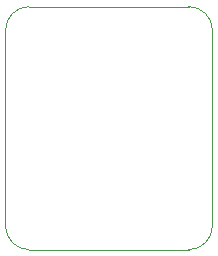
<source format=gbr>
%TF.GenerationSoftware,KiCad,Pcbnew,8.0.4*%
%TF.CreationDate,2025-02-04T23:44:10-05:00*%
%TF.ProjectId,Magnetometer,4d61676e-6574-46f6-9d65-7465722e6b69,rev?*%
%TF.SameCoordinates,Original*%
%TF.FileFunction,Profile,NP*%
%FSLAX46Y46*%
G04 Gerber Fmt 4.6, Leading zero omitted, Abs format (unit mm)*
G04 Created by KiCad (PCBNEW 8.0.4) date 2025-02-04 23:44:10*
%MOMM*%
%LPD*%
G01*
G04 APERTURE LIST*
%TA.AperFunction,Profile*%
%ADD10C,0.050000*%
%TD*%
G04 APERTURE END LIST*
D10*
X128238000Y-141478000D02*
X141764000Y-141478000D01*
X141764000Y-162052000D02*
X128238000Y-162052000D01*
X126238000Y-143478000D02*
G75*
G02*
X128238000Y-141478000I2000000J0D01*
G01*
X126238000Y-160052000D02*
X126238000Y-143478000D01*
X141764000Y-141478000D02*
G75*
G02*
X143764000Y-143478000I0J-2000000D01*
G01*
X143764000Y-160052000D02*
G75*
G02*
X141764000Y-162052000I-2000000J0D01*
G01*
X143764000Y-143478000D02*
X143764000Y-160052000D01*
X128238000Y-162052000D02*
G75*
G02*
X126238000Y-160052000I0J2000000D01*
G01*
M02*

</source>
